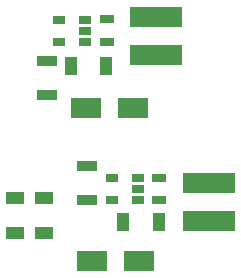
<source format=gbr>
G04 #@! TF.FileFunction,Paste,Top*
%FSLAX46Y46*%
G04 Gerber Fmt 4.6, Leading zero omitted, Abs format (unit mm)*
G04 Created by KiCad (PCBNEW 4.0.2-stable) date 3/13/2016 5:29:00 PM*
%MOMM*%
G01*
G04 APERTURE LIST*
%ADD10C,0.100000*%
%ADD11R,4.500000X1.750000*%
%ADD12R,1.000000X1.600000*%
%ADD13R,1.600000X1.000000*%
%ADD14R,1.700000X0.900000*%
%ADD15R,1.300000X0.700000*%
%ADD16R,1.060000X0.650000*%
%ADD17R,2.499360X1.800860*%
G04 APERTURE END LIST*
D10*
D11*
X160320000Y-66938000D03*
X160320000Y-70188000D03*
X164765000Y-81009000D03*
X164765000Y-84259000D03*
D12*
X157550000Y-84285000D03*
X160550000Y-84285000D03*
X153105000Y-71077000D03*
X156105000Y-71077000D03*
D13*
X150795000Y-82277000D03*
X150795000Y-85277000D03*
X148382000Y-82277000D03*
X148382000Y-85277000D03*
D14*
X154478000Y-79533000D03*
X154478000Y-82433000D03*
X151049000Y-70643000D03*
X151049000Y-73543000D03*
D15*
X160574000Y-80541000D03*
X160574000Y-82441000D03*
X156129000Y-67145000D03*
X156129000Y-69045000D03*
D16*
X158753000Y-82441000D03*
X158753000Y-81491000D03*
X158753000Y-80541000D03*
X156553000Y-80541000D03*
X156553000Y-82441000D03*
X154308000Y-69106000D03*
X154308000Y-68156000D03*
X154308000Y-67206000D03*
X152108000Y-67206000D03*
X152108000Y-69106000D03*
D17*
X154892020Y-87587000D03*
X158889980Y-87587000D03*
X154384020Y-74633000D03*
X158381980Y-74633000D03*
M02*

</source>
